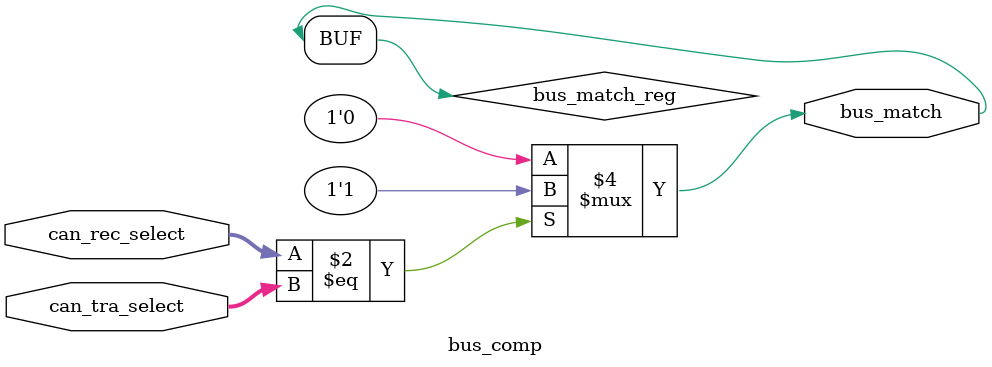
<source format=v>
`resetall
`timescale 1ns/10ps
module bus_comp(
input wire  [4 :0] can_rec_select,
input wire  [4:0] can_tra_select,
output wire   bus_match
);
reg bus_match_reg;
assign bus_match = bus_match_reg;
always @(*)
  begin
    if(can_rec_select == can_tra_select)
      bus_match_reg   <= 1'b1;
    else 
      bus_match_reg   <= 1'b0;
  end
endmodule

</source>
